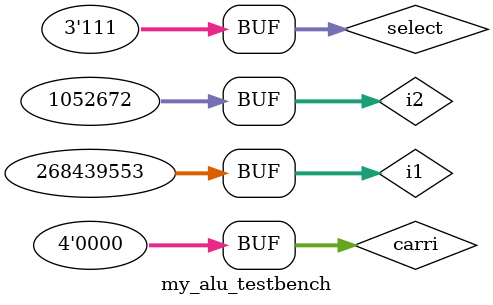
<source format=v>
module my_alu_testbench();

reg [31:0] i1;
reg [31:0] i2;
reg [2:0] select;
reg [3:0] carri;
wire [7:0] carro;
wire [31:0] out;

my_alu try(.i1(i1), .i2(i2), .select(select), .out(out),.c_in(carri), .c_o(carro));

initial 
  begin
	 i1= 32'h10001001;
	 i2= 32'h00101000;
	 select=3'b000;					//add
	 carri=3'b000;
	 #5 i1= 32'h10001001;
	   i2= 32'h00101000;
		 select=3'b001;				//xor
		 
	 #5 i1= 32'h10001001;
	   i2= 32'h00101000;
		 select=3'b010;				//sub
		 
	  #5 i1= 32'h10001001;
	    i2= 32'h00101000;
		  select= 3'b100;				//slt
		  
	  #5 i1= 32'h10001001;
	    i2= 32'h00101000;
		  select = 3'b101;			//nor		
	  #5 i1= 32'h10001001;
	    i2= 32'h00101000;
		  select = 3'b110;			//and
		  
	  #5 i1= 32'h10001001;
	    i2= 32'h00101000;
		  select = 3'b111;			//or
		  
		  
	end
	
initial
  begin
   $monitor("Testing the 32-bit alu\n 32-bit alu: time = %2d, i1 =%1h, i2=%1h, select=%3b, out=%1h", $time, i1, i2, select, out);
  end
 
endmodule

</source>
